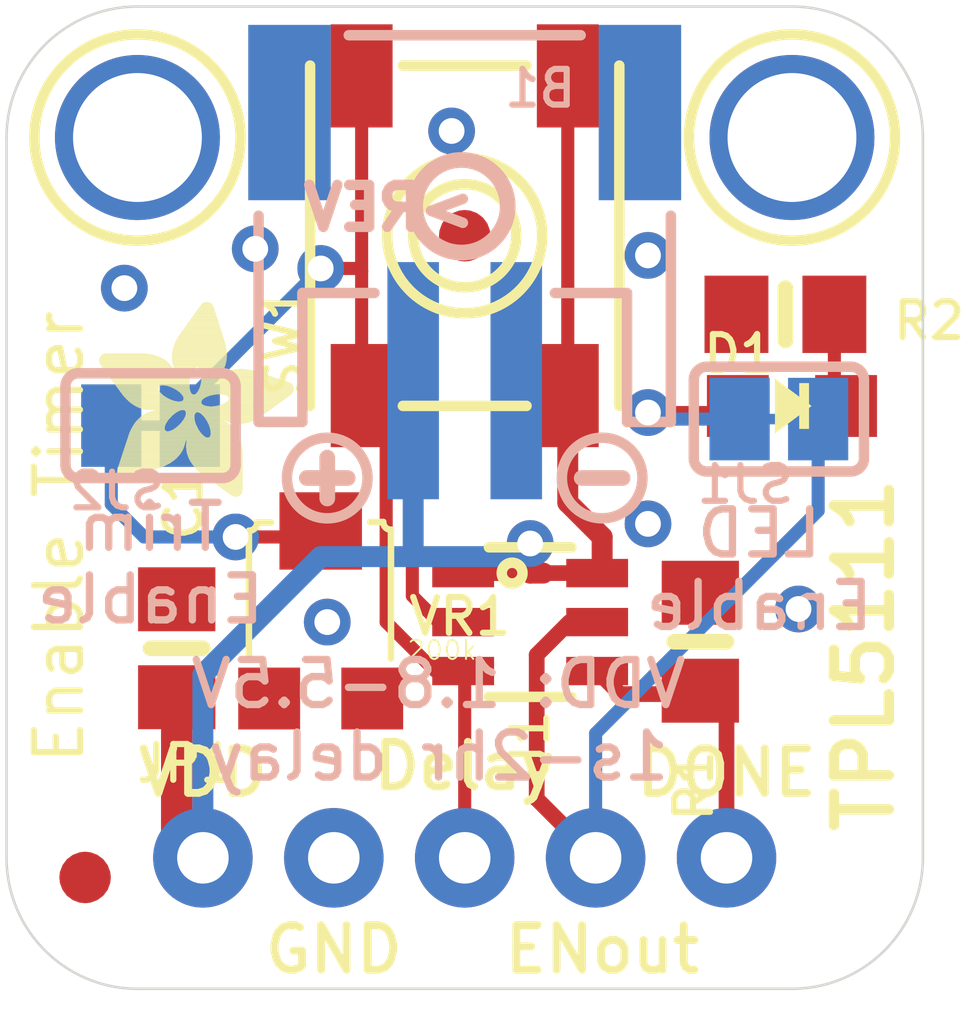
<source format=kicad_pcb>
(kicad_pcb (version 20211014) (generator pcbnew)
  (layers (0 "F.Cu" signal) (31 "B.Cu" signal) (34 "B.Paste" user) (35 "F.Paste" user) (36 "B.SilkS" user "B.Silkscreen") (37 "F.SilkS" user "F.Silkscreen") (38 "B.Mask" user) (39 "F.Mask" user) (44 "Edge.Cuts" user))
  (net 0 "")
  (net 1 "GND")
  (net 2 "DELAY")
  (net 3 "DONE")
  (net 4 "ENOUT")
  (net 5 "VDD")
  (net 6 "N$1")
  (net 7 "N$3")
  (net 8 "N$2")
  (footprint "boardEagle:0805-NO" (layer "F.Cu") (at 142.9131 107.9246 90)
    (fp_text reference "C1" (at 2.032 0.127 90) (layer "F.SilkS") (effects (font (size 0.692831 0.692831) (thickness 0.119969)) (justify left)))
    (fp_text value "10uF")
    (pad "1" smd rect (at -0.95 0 90) (size 1.24 1.5) (layers "F.Cu" "F.Paste" "F.Mask") (net 5 "VDD"))
    (pad "2" smd rect (at 0.95 0 90) (size 1.24 1.5) (layers "F.Cu" "F.Paste" "F.Mask") (net 1 "GND"))
  )
  (footprint "boardEagle:MOUNTINGHOLE_2.5_PLATED" (layer "F.Cu") (at 142.1511 98.0186)
    (fp_text reference "U$9" hide)
    (fp_text value "MOUNTINGHOLE2.5" hide)
    (pad "P$1" thru_hole circle (at 0 0) (size 3.2 3.2) (drill 2.5) (layers *.Cu *.Mask))
  )
  (footprint "boardEagle:MOUNTINGHOLE_2.5_PLATED" (layer "F.Cu") (at 154.8511 98.0186)
    (fp_text reference "U$8" hide)
    (fp_text value "MOUNTINGHOLE2.5" hide)
    (pad "P$1" thru_hole circle (at 0 0) (size 3.2 3.2) (drill 2.5) (layers *.Cu *.Mask))
  )
  (footprint "boardEagle:EVQ-Q2_SMALLER" (layer "F.Cu") (at 148.5011 99.9236 90)
    (fp_text reference "SW1" (at -3.175 -3.5 90) (layer "F.SilkS") (effects (font (size 0.692831 0.692831) (thickness 0.119969)) (justify left)))
    (fp_text value "MANUAL")
    (pad "A" smd rect (at -3.1 2 90) (size 2 1.2) (layers "F.Cu" "F.Paste" "F.Mask") (net 5 "VDD"))
    (pad "A'" smd rect (at 3.1 2 90) (size 2 1.2) (layers "F.Cu" "F.Paste" "F.Mask") (net 5 "VDD"))
    (pad "B" smd rect (at -3.1 -2 90) (size 2 1.2) (layers "F.Cu" "F.Paste" "F.Mask") (net 2 "DELAY"))
    (pad "B'" smd rect (at 3.1 -2 90) (size 2 1.2) (layers "F.Cu" "F.Paste" "F.Mask") (net 2 "DELAY"))
  )
  (footprint "boardEagle:1X05_ROUND_76" (layer "F.Cu") (at 148.5011 111.9886)
    (fp_text reference "JP1" (at -6.4262 -1.8288) (layer "F.SilkS") (effects (font (size 0.692831 0.692831) (thickness 0.119969)) (justify left)))
    (fp_text value "")
    (pad "1" thru_hole circle (at -5.08 0 90) (size 1.9304 1.9304) (drill 1) (layers *.Cu *.Mask) (net 5 "VDD"))
    (pad "2" thru_hole circle (at -2.54 0 90) (size 1.9304 1.9304) (drill 1) (layers *.Cu *.Mask) (net 1 "GND"))
    (pad "3" thru_hole circle (at 0 0 90) (size 1.9304 1.9304) (drill 1) (layers *.Cu *.Mask) (net 2 "DELAY"))
    (pad "4" thru_hole circle (at 2.54 0 90) (size 1.9304 1.9304) (drill 1) (layers *.Cu *.Mask) (net 4 "ENOUT"))
    (pad "5" thru_hole circle (at 5.08 0 90) (size 1.9304 1.9304) (drill 1) (layers *.Cu *.Mask) (net 3 "DONE"))
  )
  (footprint "boardEagle:FIDUCIAL_1MM" (layer "F.Cu") (at 141.1351 112.3696)
    (fp_text reference "FID3" hide)
    (fp_text value "FIDUCIAL_1MM" hide)
    (pad "1" smd roundrect (at 0 0) (size 1 1) (layers "F.Cu" "F.Mask") (roundrect_rratio 0.5))
  )
  (footprint "boardEagle:TRIMPOT_BOURNS_TC33X-2" (layer "F.Cu") (at 145.7071 107.0991)
    (fp_text reference "VR1" (at 1.65 0.21) (layer "F.SilkS") (effects (font (size 0.692831 0.692831) (thickness 0.119969)) (justify left)))
    (fp_text value "200k" (at 1.65 0.863) (layer "F.SilkS") (effects (font (size 0.369824 0.369824) (thickness 0.036576)) (justify left)))
    (pad "1" smd rect (at -1 1.8) (size 1.2 1.2) (layers "F.Cu" "F.Paste" "F.Mask"))
    (pad "2" smd rect (at 0 -1.45) (size 1.6 1.5) (layers "F.Cu" "F.Paste" "F.Mask") (net 6 "N$1"))
    (pad "3" smd rect (at 1 1.8) (size 1.2 1.2) (layers "F.Cu" "F.Paste" "F.Mask") (net 1 "GND"))
  )
  (footprint "boardEagle:CHIPLED_0805_NOOUTLINE" (layer "F.Cu") (at 154.8511 103.2256 -90)
    (fp_text reference "D1" (at -1.016 1.778) (layer "F.SilkS") (effects (font (size 0.692831 0.692831) (thickness 0.119969)) (justify left)))
    (fp_text value "GREEN")
    (pad "A" smd rect (at 0 1.05 270) (size 1.2 1.2) (layers "F.Cu" "F.Paste" "F.Mask") (net 8 "N$2"))
    (pad "C" smd rect (at 0 -1.05 270) (size 1.2 1.2) (layers "F.Cu" "F.Paste" "F.Mask") (net 7 "N$3"))
  )
  (footprint "boardEagle:SOT23-6" (layer "F.Cu") (at 149.7711 107.4166 -90)
    (fp_text reference "U1" (at 1.651 0 90) (layer "F.SilkS") (effects (font (size 0.692831 0.692831) (thickness 0.119969)) (justify right)))
    (fp_text value "TPL5111DDC")
    (pad "1" smd rect (at -0.95 1.3 270) (size 0.55 1.2) (layers "F.Cu" "F.Paste" "F.Mask") (net 5 "VDD"))
    (pad "2" smd rect (at 0 1.3 270) (size 0.55 1.2) (layers "F.Cu" "F.Paste" "F.Mask") (net 1 "GND"))
    (pad "3" smd rect (at 0.95 1.3 270) (size 0.55 1.2) (layers "F.Cu" "F.Paste" "F.Mask") (net 2 "DELAY"))
    (pad "4" smd rect (at 0.95 -1.3 270) (size 0.55 1.2) (layers "F.Cu" "F.Paste" "F.Mask") (net 3 "DONE"))
    (pad "5" smd rect (at 0 -1.3 270) (size 0.55 1.2) (layers "F.Cu" "F.Paste" "F.Mask") (net 4 "ENOUT"))
    (pad "6" smd rect (at -0.95 -1.3 270) (size 0.55 1.2) (layers "F.Cu" "F.Paste" "F.Mask") (net 5 "VDD"))
  )
  (footprint "boardEagle:0805-NO" (layer "F.Cu") (at 154.7241 101.4476)
    (fp_text reference "R2" (at 2.032 0.127) (layer "F.SilkS") (effects (font (size 0.692831 0.692831) (thickness 0.119969)) (justify left)))
    (fp_text value "1K")
    (pad "1" smd rect (at -0.95 0) (size 1.24 1.5) (layers "F.Cu" "F.Paste" "F.Mask") (net 1 "GND"))
    (pad "2" smd rect (at 0.95 0) (size 1.24 1.5) (layers "F.Cu" "F.Paste" "F.Mask") (net 7 "N$3"))
  )
  (footprint "boardEagle:ADAFRUIT_3.5MM" (layer "F.Cu") (at 141.3891 105.0036)
    (fp_text reference "U$10" hide)
    (fp_text value "" hide)
  )
  (footprint "boardEagle:FIDUCIAL_1MM" (layer "F.Cu") (at 148.5011 99.9236)
    (fp_text reference "FID2" hide)
    (fp_text value "FIDUCIAL_1MM" hide)
    (pad "1" smd roundrect (at 0 0) (size 1 1) (layers "F.Cu" "F.Mask") (roundrect_rratio 0.5))
  )
  (footprint "boardEagle:0805-NO" (layer "F.Cu") (at 153.0731 107.7976 -90)
    (fp_text reference "R1" (at 2.032 0.127 90) (layer "F.SilkS") (effects (font (size 0.692831 0.692831) (thickness 0.119969)) (justify right)))
    (fp_text value "1M")
    (pad "1" smd rect (at -0.95 0 270) (size 1.24 1.5) (layers "F.Cu" "F.Paste" "F.Mask") (net 1 "GND"))
    (pad "2" smd rect (at 0.95 0 270) (size 1.24 1.5) (layers "F.Cu" "F.Paste" "F.Mask") (net 3 "DONE"))
  )
  (footprint "boardEagle:SOLDERJUMPER_CLOSEDWIRE" (layer "B.Cu") (at 154.5971 103.4796)
    (fp_text reference "SJ1" (at -1.651 1.27) (layer "B.SilkS") (effects (font (size 0.692831 0.692831) (thickness 0.119969)) (justify right mirror)))
    (fp_text value "")
    (pad "1" smd rect (at -0.762 0) (size 1.1684 1.6002) (layers "B.Cu") (net 8 "N$2"))
    (pad "2" smd rect (at 0.762 0) (size 1.1684 1.6002) (layers "B.Cu") (net 4 "ENOUT"))
    (pad "WIRE" smd rect (at 0 0 180) (size 0.635 0.2032) (layers "B.Cu"))
  )
  (footprint "boardEagle:JSTPH2" (layer "B.Cu") (at 148.5011 99.0346 180)
    (fp_text reference "B1" (at -2.2225 1.9685) (layer "B.SilkS") (effects (font (size 0.692831 0.692831) (thickness 0.119969)) (justify left mirror)))
    (fp_text value "JSTPH2")
    (pad "1" smd rect (at -1 -3.7 180) (size 1 4.6) (layers "B.Cu" "B.Paste" "B.Mask") (net 1 "GND"))
    (pad "2" smd rect (at 1 -3.7 180) (size 1 4.6) (layers "B.Cu" "B.Paste" "B.Mask") (net 5 "VDD"))
    (pad "NC1" smd rect (at -3.4 1.5 90) (size 3.4 1.6) (layers "B.Cu" "B.Paste" "B.Mask"))
    (pad "NC2" smd rect (at 3.4 1.5 90) (size 3.4 1.6) (layers "B.Cu" "B.Paste" "B.Mask"))
  )
  (footprint "boardEagle:SOLDERJUMPER_CLOSEDWIRE" (layer "B.Cu") (at 142.4051 103.6066)
    (fp_text reference "SJ2" (at -1.651 1.27) (layer "B.SilkS") (effects (font (size 0.692831 0.692831) (thickness 0.119969)) (justify right mirror)))
    (fp_text value "")
    (pad "1" smd rect (at -0.762 0) (size 1.1684 1.6002) (layers "B.Cu") (net 6 "N$1"))
    (pad "2" smd rect (at 0.762 0) (size 1.1684 1.6002) (layers "B.Cu") (net 2 "DELAY"))
    (pad "WIRE" smd rect (at 0 0 180) (size 0.635 0.2032) (layers "B.Cu"))
  )
  (footprint "boardEagle:PCBFEAT-REV-040" (layer "B.Cu") (at 148.4376 99.3521 180)
    (fp_text reference "U$15" hide)
    (fp_text value "" hide)
    (fp_text user ">REV" (at -0.3556 -0.508) (layer "B.SilkS") (effects (font (size 0.8128 0.8128) (thickness 0.2032)) (justify left bottom mirror)))
  )
  (footprint "boardEagle:SYMBOL_MINUS" (layer "B.Cu") (at 151.1681 104.6226 180)
    (fp_text reference "U$12" hide)
    (fp_text value "" hide)
  )
  (footprint "boardEagle:SYMBOL_PLUS" (layer "B.Cu") (at 145.8341 104.6226 180)
    (fp_text reference "U$11" hide)
    (fp_text value "" hide)
  )
  (gr_arc (start 157.3911 111.9886) (mid 156.647151 113.784651) (end 154.8511 114.5286) (layer "Edge.Cuts") (width 0.05))
  (gr_arc (start 139.6111 98.0186) (mid 140.355049 96.222549) (end 142.1511 95.4786) (layer "Edge.Cuts") (width 0.05))
  (gr_arc (start 154.8511 95.4786) (mid 156.647151 96.222549) (end 157.3911 98.0186) (layer "Edge.Cuts") (width 0.05))
  (gr_line (start 142.1511 95.4786) (end 154.8511 95.4786) (layer "Edge.Cuts") (width 0.05))
  (gr_line (start 157.3911 98.0186) (end 157.3911 111.9886) (layer "Edge.Cuts") (width 0.05))
  (gr_arc (start 142.1511 114.5286) (mid 140.355049 113.784651) (end 139.6111 111.9886) (layer "Edge.Cuts") (width 0.05))
  (gr_line (start 139.6111 111.9886) (end 139.6111 98.0186) (layer "Edge.Cuts") (width 0.05))
  (gr_line (start 154.8511 114.5286) (end 142.1511 114.5286) (layer "Edge.Cuts") (width 0.05))
  (gr_text "LED\nEnable" (at 154.2161 106.4006) (layer "B.SilkS") (effects (font (size 0.87376 0.87376) (thickness 0.14224)) (justify mirror)))
  (gr_text "VDD: 1.8-5.5V\n1s-2hr delay" (at 147.9931 109.3216) (layer "B.SilkS") (effects (font (size 0.87376 0.87376) (thickness 0.14224)) (justify mirror)))
  (gr_text "Trim\nEnable" (at 142.4051 106.2736) (layer "B.SilkS") (effects (font (size 0.87376 0.87376) (thickness 0.14224)) (justify mirror)))
  (gr_text "VDD" (at 143.4211 110.3376) (layer "F.SilkS") (effects (font (size 0.8636 0.8636) (thickness 0.1524))))
  (gr_text "TPL5111" (at 156.2481 108.0516 90) (layer "F.SilkS") (effects (font (size 1.0668 1.0668) (thickness 0.2032))))
  (gr_text "DONE" (at 153.5811 110.3376) (layer "F.SilkS") (effects (font (size 0.8636 0.8636) (thickness 0.1524))))
  (gr_text "Enable Timer" (at 140.6271 105.7656 90) (layer "F.SilkS") (effects (font (size 0.89408 0.89408) (thickness 0.12192))))
  (gr_text "Delay" (at 148.5011 110.2106) (layer "F.SilkS") (effects (font (size 0.8636 0.8636) (thickness 0.1524))))
  (gr_text "ENout" (at 151.1681 113.7666) (layer "F.SilkS") (effects (font (size 0.8636 0.8636) (thickness 0.1524))))
  (gr_text "GND" (at 145.9611 113.7666) (layer "F.SilkS") (effects (font (size 0.8636 0.8636) (thickness 0.1524))))
  (segment (start 147.9931 107.4166) (end 147.4851 106.9086) (width 0.254) (layer "F.Cu") (net 1))
  (segment (start 147.4851 106.9086) (end 147.4851 104.8766) (width 0.254) (layer "F.Cu") (net 1))
  (segment (start 147.9931 107.4166) (end 148.4711 107.4166) (width 0.254) (layer "F.Cu") (net 1))
  (via (at 152.0571 105.5116) (size 0.9064) (drill 0.5) (layers "F.Cu" "B.Cu") (net 1))
  (via (at 145.8341 107.4166) (size 0.9064) (drill 0.5) (layers "F.Cu" "B.Cu") (net 1))
  (via (at 144.4371 100.1776) (size 0.9064) (drill 0.5) (layers "F.Cu" "B.Cu") (net 1))
  (via (at 152.0571 100.3046) (size 0.9064) (drill 0.5) (layers "F.Cu" "B.Cu") (net 1))
  (via (at 154.9781 107.1626) (size 0.9064) (drill 0.5) (layers "F.Cu" "B.Cu") (net 1))
  (via (at 141.8971 100.9396) (size 0.9064) (drill 0.5) (layers "F.Cu" "B.Cu") (net 1))
  (via (at 148.2471 97.8916) (size 0.9064) (drill 0.5) (layers "F.Cu" "B.Cu") (net 1))
  (segment (start 146.5011 96.8236) (end 146.5011 100.614444) (width 0.254) (layer "F.Cu") (net 2))
  (segment (start 146.9771 103.4366) (end 146.5641 103.0236) (width 0.254) (layer "F.Cu") (net 2))
  (segment (start 148.4711 108.3666) (end 147.997434 108.3666) (width 0.254) (layer "F.Cu") (net 2))
  (segment (start 147.997434 108.3666) (end 147.9931 108.370935) (width 0.254) (layer "F.Cu") (net 2))
  (segment (start 146.9771 107.4166) (end 146.9771 103.4366) (width 0.254) (layer "F.Cu") (net 2))
  (segment (start 146.5011 100.614444) (end 146.445256 100.5586) (width 0.254) (layer "F.Cu") (net 2))
  (segment (start 147.9271 108.3666) (end 148.4711 108.3666) (width 0.254) (layer "F.Cu") (net 2))
  (segment (start 148.5011 111.9886) (end 148.5011 108.3966) (width 0.254) (layer "F.Cu") (net 2))
  (segment (start 146.9771 107.4166) (end 147.9271 108.3666) (width 0.254) (layer "F.Cu") (net 2))
  (segment (start 146.5641 103.0236) (end 146.5011 103.0236) (width 0.254) (layer "F.Cu") (net 2))
  (segment (start 146.5011 100.614444) (end 146.5011 103.0236) (width 0.254) (layer "F.Cu") (net 2))
  (segment (start 148.5011 108.3966) (end 148.4711 108.3666) (width 0.254) (layer "F.Cu") (net 2))
  (segment (start 146.445256 100.5586) (end 145.7071 100.5586) (width 0.254) (layer "F.Cu") (net 2))
  (via (at 145.7071 100.5586) (size 0.9064) (drill 0.5) (layers "F.Cu" "B.Cu") (net 2))
  (segment (start 145.7071 100.5586) (end 143.1671 103.0986) (width 0.254) (layer "B.Cu") (net 2))
  (segment (start 143.1671 103.0986) (end 143.1671 103.6066) (width 0.254) (layer "B.Cu") (net 2))
  (segment (start 153.5811 108.7476) (end 153.5811 108.8136) (width 0.3048) (layer "F.Cu") (net 3))
  (segment (start 151.0711 108.3666) (end 151.5181 108.8136) (width 0.3048) (layer "F.Cu") (net 3))
  (segment (start 151.5181 108.8136) (end 153.5811 108.8136) (width 0.3048) (layer "F.Cu") (net 3))
  (segment (start 153.5811 111.1606) (end 153.5811 111.9886) (width 0.254) (layer "F.Cu") (net 3))
  (segment (start 153.5811 108.8136) (end 153.5811 111.1606) (width 0.3048) (layer "F.Cu") (net 3))
  (segment (start 153.0731 108.7476) (end 153.5811 108.7476) (width 0.3048) (layer "F.Cu") (net 3))
  (segment (start 153.5811 111.7346) (end 153.5811 111.9886) (width 0.254) (layer "B.Cu") (net 3))
  (segment (start 151.0711 107.4166) (end 150.5331 107.4166) (width 0.254) (layer "F.Cu") (net 4))
  (segment (start 149.8981 108.0516) (end 149.8981 110.8456) (width 0.3048) (layer "F.Cu") (net 4))
  (segment (start 150.5331 107.4166) (end 149.8981 108.0516) (width 0.3048) (layer "F.Cu") (net 4))
  (segment (start 149.8981 110.8456) (end 151.0411 111.9886) (width 0.3048) (layer "F.Cu") (net 4))
  (segment (start 151.0411 109.5756) (end 155.3591 105.2576) (width 0.254) (layer "B.Cu") (net 4))
  (segment (start 151.0411 111.9886) (end 151.0411 109.5756) (width 0.254) (layer "B.Cu") (net 4))
  (segment (start 155.3591 105.2576) (end 155.3591 103.4796) (width 0.254) (layer "B.Cu") (net 4))
  (segment (start 150.5011 103.0236) (end 150.5011 105.0986) (width 0.4064) (layer "F.Cu") (net 5))
  (segment (start 149.7711 105.8926) (end 149.7711 106.4666) (width 0.4064) (layer "F.Cu") (net 5))
  (segment (start 150.5011 96.8236) (end 150.5011 103.0236) (width 0.254) (layer "F.Cu") (net 5))
  (segment (start 143.0401 111.9886) (end 143.4211 111.9886) (width 0.6096) (layer "F.Cu") (net 5))
  (segment (start 150.5011 105.0986) (end 151.1681 105.7656) (width 0.4064) (layer "F.Cu") (net 5))
  (segment (start 148.4711 106.4666) (end 149.7711 106.4666) (width 0.3048) (layer "F.Cu") (net 5))
  (segment (start 150.0251 106.4666) (end 151.0711 106.4666) (width 0.3048) (layer "F.Cu") (net 5))
  (segment (start 142.9131 108.8746) (end 142.9131 111.8616) (width 0.6096) (layer "F.Cu") (net 5))
  (segment (start 151.1681 106.3696) (end 151.0711 106.4666) (width 0.4064) (layer "F.Cu") (net 5))
  (segment (start 149.7711 106.4666) (end 150.0251 106.4666) (width 0.4064) (layer "F.Cu") (net 5))
  (segment (start 142.9131 111.8616) (end 143.0401 111.9886) (width 0.6096) (layer "F.Cu") (net 5))
  (segment (start 151.1681 105.7656) (end 151.1681 106.3696) (width 0.4064) (layer "F.Cu") (net 5))
  (via (at 149.7711 105.8926) (size 0.9064) (drill 0.5) (layers "F.Cu" "B.Cu") (net 5))
  (segment (start 147.5011 106.1306) (end 147.4851 106.1466) (width 0.4064) (layer "B.Cu") (net 5))
  (segment (start 143.4211 111.9886) (end 143.4211 108.4326) (width 0.4064) (layer "B.Cu") (net 5))
  (segment (start 147.5011 102.7346) (end 147.5011 106.1306) (width 0.4064) (layer "B.Cu") (net 5))
  (segment (start 143.4211 108.4326) (end 145.7071 106.1466) (width 0.4064) (layer "B.Cu") (net 5))
  (segment (start 149.5171 106.1466) (end 149.7711 105.8926) (width 0.4064) (layer "B.Cu") (net 5))
  (segment (start 147.4851 106.1466) (end 149.5171 106.1466) (width 0.4064) (layer "B.Cu") (net 5))
  (segment (start 145.7071 106.1466) (end 147.4851 106.1466) (width 0.4064) (layer "B.Cu") (net 5))
  (segment (start 145.7071 105.6491) (end 145.5906 105.7656) (width 0.254) (layer "F.Cu") (net 6))
  (segment (start 145.5906 105.7656) (end 144.0561 105.7656) (width 0.254) (layer "F.Cu") (net 6))
  (via (at 144.0561 105.7656) (size 0.9064) (drill 0.5) (layers "F.Cu" "B.Cu") (net 6))
  (segment (start 141.6431 103.6066) (end 141.6431 105.1306) (width 0.254) (layer "B.Cu") (net 6))
  (segment (start 141.6431 105.1306) (end 142.2781 105.7656) (width 0.254) (layer "B.Cu") (net 6))
  (segment (start 142.2781 105.7656) (end 144.0561 105.7656) (width 0.254) (layer "B.Cu") (net 6))
  (segment (start 155.9011 103.2256) (end 155.6741 102.9986) (width 0.254) (layer "F.Cu") (net 7))
  (segment (start 155.6741 102.9986) (end 155.6741 101.4476) (width 0.254) (layer "F.Cu") (net 7))
  (segment (start 153.8011 103.2256) (end 153.6741 103.3526) (width 0.254) (layer "F.Cu") (net 8))
  (segment (start 153.6741 103.3526) (end 152.0571 103.3526) (width 0.254) (layer "F.Cu") (net 8))
  (via (at 152.0571 103.3526) (size 0.9064) (drill 0.5) (layers "F.Cu" "B.Cu") (net 8))
  (segment (start 152.1841 103.4796) (end 153.8351 103.4796) (width 0.254) (layer "B.Cu") (net 8))
  (segment (start 152.0571 103.3526) (end 152.1841 103.4796) (width 0.254) (layer "B.Cu") (net 8))
)
</source>
